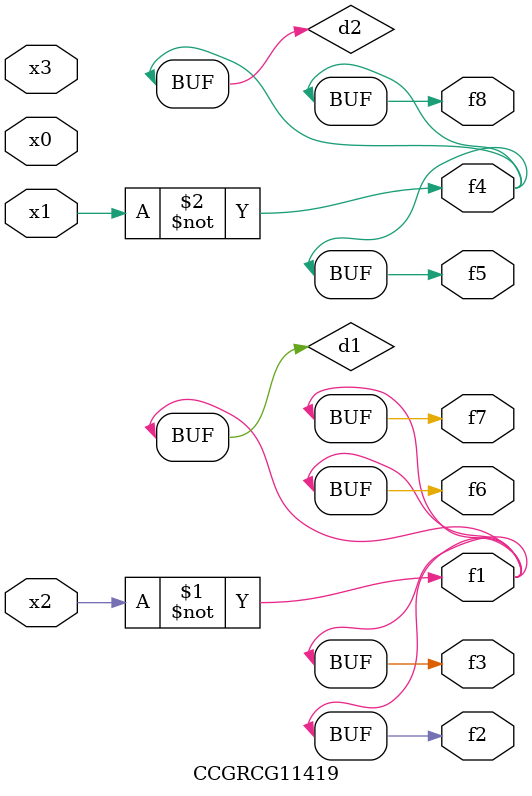
<source format=v>
module CCGRCG11419(
	input x0, x1, x2, x3,
	output f1, f2, f3, f4, f5, f6, f7, f8
);

	wire d1, d2;

	xnor (d1, x2);
	not (d2, x1);
	assign f1 = d1;
	assign f2 = d1;
	assign f3 = d1;
	assign f4 = d2;
	assign f5 = d2;
	assign f6 = d1;
	assign f7 = d1;
	assign f8 = d2;
endmodule

</source>
